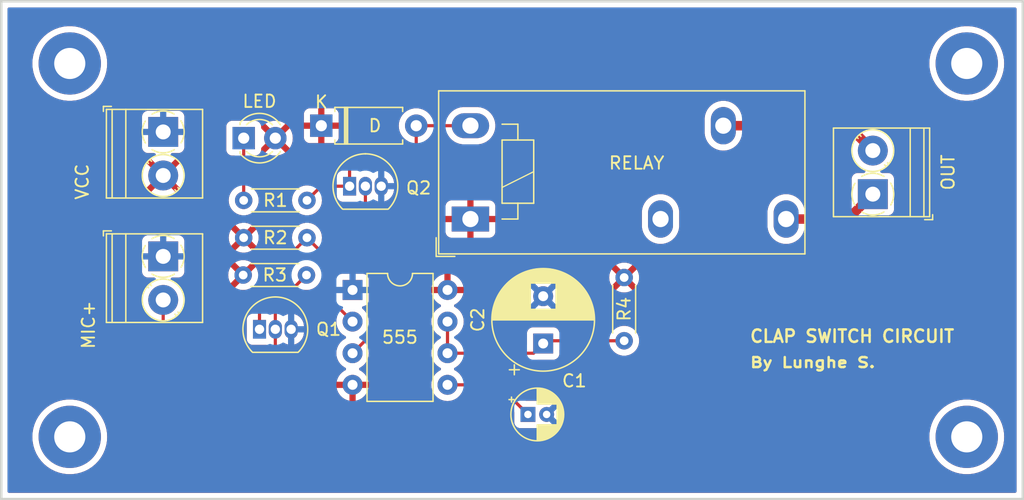
<source format=kicad_pcb>
(kicad_pcb (version 20240108) (generator "pcbnew") (generator_version "8.0")
  (title_block (title "CLAP SWITCH") (date "2024-12-30") (rev "v01") (comment 4 "Author:PUTSHU LUNGHE Samuel"))
  (layers (0 "F.Cu" signal) (31 "B.Cu" signal) (34 "B.Paste" user) (35 "F.Paste" user) (36 "B.SilkS" user "B.Silkscreen") (37 "F.SilkS" user "F.Silkscreen") (38 "B.Mask" user) (39 "F.Mask" user) (44 "Edge.Cuts" user))
  (net 0 "")
  (net 1 "GND")
  (net 2 "Net-(U1-CV)")
  (net 3 "Net-(U1-DIS)")
  (net 4 "Net-(D1-K)")
  (net 5 "VCC")
  (net 6 "Net-(D2-A)")
  (net 7 "Net-(J1-Pin_2)")
  (net 8 "Net-(J1-Pin_1)")
  (net 9 "Net-(J2-Pin_2)")
  (net 11 "Net-(Q1-C)")
  (net 12 "Net-(Q2-B)")
  (footprint "Capacitor_THT:CP_Radial_D4.0mm_P1.50mm" (layer "F.Cu") (at 151.777401 94.2)
    (property "Reference" "C1" (at 3.722599 -2.7 0) (layer "F.SilkS"))
    (property "Value" "1nF" (hide yes))
    (fp_line (start -1.519801 -1.195) (end -1.119801 -1.195) (stroke (width 0.12)) (layer "F.SilkS"))
    (fp_line (start -1.319801 -1.395) (end -1.319801 -0.995) (stroke (width 0.12)) (layer "F.SilkS"))
    (fp_line (start 0.75 -2.08) (end 0.75 -0.84) (stroke (width 0.12)) (layer "F.SilkS"))
    (fp_line (start 0.75 0.84) (end 0.75 2.08) (stroke (width 0.12)) (layer "F.SilkS"))
    (fp_line (start 0.79 -2.08) (end 0.79 -0.84) (stroke (width 0.12)) (layer "F.SilkS"))
    (fp_line (start 0.79 0.84) (end 0.79 2.08) (stroke (width 0.12)) (layer "F.SilkS"))
    (fp_line (start 0.83 -2.079) (end 0.83 -0.84) (stroke (width 0.12)) (layer "F.SilkS"))
    (fp_line (start 0.83 0.84) (end 0.83 2.079) (stroke (width 0.12)) (layer "F.SilkS"))
    (fp_line (start 0.87 -2.077) (end 0.87 -0.84) (stroke (width 0.12)) (layer "F.SilkS"))
    (fp_line (start 0.87 0.84) (end 0.87 2.077) (stroke (width 0.12)) (layer "F.SilkS"))
    (fp_line (start 0.91 -2.074) (end 0.91 -0.84) (stroke (width 0.12)) (layer "F.SilkS"))
    (fp_line (start 0.91 0.84) (end 0.91 2.074) (stroke (width 0.12)) (layer "F.SilkS"))
    (fp_line (start 0.95 -2.071) (end 0.95 -0.84) (stroke (width 0.12)) (layer "F.SilkS"))
    (fp_line (start 0.95 0.84) (end 0.95 2.071) (stroke (width 0.12)) (layer "F.SilkS"))
    (fp_line (start 0.99 -2.067) (end 0.99 -0.84) (stroke (width 0.12)) (layer "F.SilkS"))
    (fp_line (start 0.99 0.84) (end 0.99 2.067) (stroke (width 0.12)) (layer "F.SilkS"))
    (fp_line (start 1.03 -2.062) (end 1.03 -0.84) (stroke (width 0.12)) (layer "F.SilkS"))
    (fp_line (start 1.03 0.84) (end 1.03 2.062) (stroke (width 0.12)) (layer "F.SilkS"))
    (fp_line (start 1.07 -2.056) (end 1.07 -0.84) (stroke (width 0.12)) (layer "F.SilkS"))
    (fp_line (start 1.07 0.84) (end 1.07 2.056) (stroke (width 0.12)) (layer "F.SilkS"))
    (fp_line (start 1.11 -2.05) (end 1.11 -0.84) (stroke (width 0.12)) (layer "F.SilkS"))
    (fp_line (start 1.11 0.84) (end 1.11 2.05) (stroke (width 0.12)) (layer "F.SilkS"))
    (fp_line (start 1.15 -2.042) (end 1.15 -0.84) (stroke (width 0.12)) (layer "F.SilkS"))
    (fp_line (start 1.15 0.84) (end 1.15 2.042) (stroke (width 0.12)) (layer "F.SilkS"))
    (fp_line (start 1.19 -2.034) (end 1.19 -0.84) (stroke (width 0.12)) (layer "F.SilkS"))
    (fp_line (start 1.19 0.84) (end 1.19 2.034) (stroke (width 0.12)) (layer "F.SilkS"))
    (fp_line (start 1.23 -2.025) (end 1.23 -0.84) (stroke (width 0.12)) (layer "F.SilkS"))
    (fp_line (start 1.23 0.84) (end 1.23 2.025) (stroke (width 0.12)) (layer "F.SilkS"))
    (fp_line (start 1.27 -2.016) (end 1.27 -0.84) (stroke (width 0.12)) (layer "F.SilkS"))
    (fp_line (start 1.27 0.84) (end 1.27 2.016) (stroke (width 0.12)) (layer "F.SilkS"))
    (fp_line (start 1.31 -2.005) (end 1.31 -0.84) (stroke (width 0.12)) (layer "F.SilkS"))
    (fp_line (start 1.31 0.84) (end 1.31 2.005) (stroke (width 0.12)) (layer "F.SilkS"))
    (fp_line (start 1.35 -1.994) (end 1.35 -0.84) (stroke (width 0.12)) (layer "F.SilkS"))
    (fp_line (start 1.35 0.84) (end 1.35 1.994) (stroke (width 0.12)) (layer "F.SilkS"))
    (fp_line (start 1.39 -1.982) (end 1.39 -0.84) (stroke (width 0.12)) (layer "F.SilkS"))
    (fp_line (start 1.39 0.84) (end 1.39 1.982) (stroke (width 0.12)) (layer "F.SilkS"))
    (fp_line (start 1.43 -1.968) (end 1.43 -0.84) (stroke (width 0.12)) (layer "F.SilkS"))
    (fp_line (start 1.43 0.84) (end 1.43 1.968) (stroke (width 0.12)) (layer "F.SilkS"))
    (fp_line (start 1.471 -1.954) (end 1.471 -0.84) (stroke (width 0.12)) (layer "F.SilkS"))
    (fp_line (start 1.471 0.84) (end 1.471 1.954) (stroke (width 0.12)) (layer "F.SilkS"))
    (fp_line (start 1.511 -1.94) (end 1.511 -0.84) (stroke (width 0.12)) (layer "F.SilkS"))
    (fp_line (start 1.511 0.84) (end 1.511 1.94) (stroke (width 0.12)) (layer "F.SilkS"))
    (fp_line (start 1.551 -1.924) (end 1.551 -0.84) (stroke (width 0.12)) (layer "F.SilkS"))
    (fp_line (start 1.551 0.84) (end 1.551 1.924) (stroke (width 0.12)) (layer "F.SilkS"))
    (fp_line (start 1.591 -1.907) (end 1.591 -0.84) (stroke (width 0.12)) (layer "F.SilkS"))
    (fp_line (start 1.591 0.84) (end 1.591 1.907) (stroke (width 0.12)) (layer "F.SilkS"))
    (fp_line (start 1.631 -1.889) (end 1.631 -0.84) (stroke (width 0.12)) (layer "F.SilkS"))
    (fp_line (start 1.631 0.84) (end 1.631 1.889) (stroke (width 0.12)) (layer "F.SilkS"))
    (fp_line (start 1.671 -1.87) (end 1.671 -0.84) (stroke (width 0.12)) (layer "F.SilkS"))
    (fp_line (start 1.671 0.84) (end 1.671 1.87) (stroke (width 0.12)) (layer "F.SilkS"))
    (fp_line (start 1.711 -1.851) (end 1.711 -0.84) (stroke (width 0.12)) (layer "F.SilkS"))
    (fp_line (start 1.711 0.84) (end 1.711 1.851) (stroke (width 0.12)) (layer "F.SilkS"))
    (fp_line (start 1.751 -1.83) (end 1.751 -0.84) (stroke (width 0.12)) (layer "F.SilkS"))
    (fp_line (start 1.751 0.84) (end 1.751 1.83) (stroke (width 0.12)) (layer "F.SilkS"))
    (fp_line (start 1.791 -1.808) (end 1.791 -0.84) (stroke (width 0.12)) (layer "F.SilkS"))
    (fp_line (start 1.791 0.84) (end 1.791 1.808) (stroke (width 0.12)) (layer "F.SilkS"))
    (fp_line (start 1.831 -1.785) (end 1.831 -0.84) (stroke (width 0.12)) (layer "F.SilkS"))
    (fp_line (start 1.831 0.84) (end 1.831 1.785) (stroke (width 0.12)) (layer "F.SilkS"))
    (fp_line (start 1.871 -1.76) (end 1.871 -0.84) (stroke (width 0.12)) (layer "F.SilkS"))
    (fp_line (start 1.871 0.84) (end 1.871 1.76) (stroke (width 0.12)) (layer "F.SilkS"))
    (fp_line (start 1.911 -1.735) (end 1.911 -0.84) (stroke (width 0.12)) (layer "F.SilkS"))
    (fp_line (start 1.911 0.84) (end 1.911 1.735) (stroke (width 0.12)) (layer "F.SilkS"))
    (fp_line (start 1.951 -1.708) (end 1.951 -0.84) (stroke (width 0.12)) (layer "F.SilkS"))
    (fp_line (start 1.951 0.84) (end 1.951 1.708) (stroke (width 0.12)) (layer "F.SilkS"))
    (fp_line (start 1.991 -1.68) (end 1.991 -0.84) (stroke (width 0.12)) (layer "F.SilkS"))
    (fp_line (start 1.991 0.84) (end 1.991 1.68) (stroke (width 0.12)) (layer "F.SilkS"))
    (fp_line (start 2.031 -1.65) (end 2.031 -0.84) (stroke (width 0.12)) (layer "F.SilkS"))
    (fp_line (start 2.031 0.84) (end 2.031 1.65) (stroke (width 0.12)) (layer "F.SilkS"))
    (fp_line (start 2.071 -1.619) (end 2.071 -0.84) (stroke (width 0.12)) (layer "F.SilkS"))
    (fp_line (start 2.071 0.84) (end 2.071 1.619) (stroke (width 0.12)) (layer "F.SilkS"))
    (fp_line (start 2.111 -1.587) (end 2.111 -0.84) (stroke (width 0.12)) (layer "F.SilkS"))
    (fp_line (start 2.111 0.84) (end 2.111 1.587) (stroke (width 0.12)) (layer "F.SilkS"))
    (fp_line (start 2.151 -1.552) (end 2.151 -0.84) (stroke (width 0.12)) (layer "F.SilkS"))
    (fp_line (start 2.151 0.84) (end 2.151 1.552) (stroke (width 0.12)) (layer "F.SilkS"))
    (fp_line (start 2.191 -1.516) (end 2.191 -0.84) (stroke (width 0.12)) (layer "F.SilkS"))
    (fp_line (start 2.191 0.84) (end 2.191 1.516) (stroke (width 0.12)) (layer "F.SilkS"))
    (fp_line (start 2.231 -1.478) (end 2.231 -0.84) (stroke (width 0.12)) (layer "F.SilkS"))
    (fp_line (start 2.231 0.84) (end 2.231 1.478) (stroke (width 0.12)) (layer "F.SilkS"))
    (fp_line (start 2.271 -1.438) (end 2.271 -0.84) (stroke (width 0.12)) (layer "F.SilkS"))
    (fp_line (start 2.271 0.84) (end 2.271 1.438) (stroke (width 0.12)) (layer "F.SilkS"))
    (fp_line (start 2.311 -1.396) (end 2.311 -0.84) (stroke (width 0.12)) (layer "F.SilkS"))
    (fp_line (start 2.311 0.84) (end 2.311 1.396) (stroke (width 0.12)) (layer "F.SilkS"))
    (fp_line (start 2.351 -1.351) (end 2.351 1.351) (stroke (width 0.12)) (layer "F.SilkS"))
    (fp_line (start 2.391 -1.304) (end 2.391 1.304) (stroke (width 0.12)) (layer "F.SilkS"))
    (fp_line (start 2.431 -1.254) (end 2.431 1.254) (stroke (width 0.12)) (layer "F.SilkS"))
    (fp_line (start 2.471 -1.2) (end 2.471 1.2) (stroke (width 0.12)) (layer "F.SilkS"))
    (fp_line (start 2.511 -1.142) (end 2.511 1.142) (stroke (width 0.12)) (layer "F.SilkS"))
    (fp_line (start 2.551 -1.08) (end 2.551 1.08) (stroke (width 0.12)) (layer "F.SilkS"))
    (fp_line (start 2.591 -1.013) (end 2.591 1.013) (stroke (width 0.12)) (layer "F.SilkS"))
    (fp_line (start 2.631 -0.94) (end 2.631 0.94) (stroke (width 0.12)) (layer "F.SilkS"))
    (fp_line (start 2.671 -0.859) (end 2.671 0.859) (stroke (width 0.12)) (layer "F.SilkS"))
    (fp_line (start 2.711 -0.768) (end 2.711 0.768) (stroke (width 0.12)) (layer "F.SilkS"))
    (fp_line (start 2.751 -0.664) (end 2.751 0.664) (stroke (width 0.12)) (layer "F.SilkS"))
    (fp_line (start 2.791 -0.537) (end 2.791 0.537) (stroke (width 0.12)) (layer "F.SilkS"))
    (fp_line (start 2.831 -0.37) (end 2.831 0.37) (stroke (width 0.12)) (layer "F.SilkS"))
    (fp_circle (center 0.75 0) (end 2.87 0) (stroke (width 0.12)) (fill none) (layer "F.SilkS"))
    (pad "1" thru_hole rect (at 0 0) (size 1.2 1.2) (drill 0.6) (layers "*.Cu" "*.Mask") (net 2 "Net-(U1-CV)"))
    (pad "2" thru_hole circle (at 1.5 0) (size 1.2 1.2) (drill 0.6) (layers "*.Cu" "*.Mask") (net 1 "GND"))
  )
  (footprint "Diode_THT:D_A-405_P7.62mm_Horizontal" (layer "F.Cu") (at 135.19 71)
    (property "Reference" "D" (at 4.31 0 0) (layer "F.SilkS"))
    (property "Value" "D" (hide yes))
    (fp_line (start 1.09 -1.47) (end 6.53 -1.47) (stroke (width 0.12)) (layer "F.SilkS"))
    (fp_line (start 1.09 -1.14) (end 1.09 -1.47) (stroke (width 0.12)) (layer "F.SilkS"))
    (fp_line (start 1.09 1.14) (end 1.09 1.47) (stroke (width 0.12)) (layer "F.SilkS"))
    (fp_line (start 1.09 1.47) (end 6.53 1.47) (stroke (width 0.12)) (layer "F.SilkS"))
    (fp_line (start 1.87 -1.47) (end 1.87 1.47) (stroke (width 0.12)) (layer "F.SilkS"))
    (fp_line (start 1.99 -1.47) (end 1.99 1.47) (stroke (width 0.12)) (layer "F.SilkS"))
    (fp_line (start 2.11 -1.47) (end 2.11 1.47) (stroke (width 0.12)) (layer "F.SilkS"))
    (fp_line (start 6.53 -1.47) (end 6.53 -1.14) (stroke (width 0.12)) (layer "F.SilkS"))
    (fp_line (start 6.53 1.47) (end 6.53 1.14) (stroke (width 0.12)) (layer "F.SilkS"))
    (fp_text user "K" (at 0 -1.9 0) (layer "F.SilkS"))
    (pad "1" thru_hole rect (at 0 0) (size 1.8 1.8) (drill 0.9) (layers "*.Cu" "*.Mask") (net 5 "VCC"))
    (pad "2" thru_hole oval (at 7.62 0) (size 1.8 1.8) (drill 0.9) (layers "*.Cu" "*.Mask") (net 6 "Net-(D2-A)"))
  )
  (footprint "TerminalBlock_Phoenix:TerminalBlock_Phoenix_PT-1,5-2-3.5-H_1x02_P3.50mm_Horizontal" (layer "F.Cu") (at 179.46 76.5 90)
    (property "Reference" "OUT" (at 1.75 6.04 90) (layer "F.SilkS"))
    (property "Value" "Screw_Terminal_01x02" (hide yes))
    (fp_line (start 5.31 -3.16) (end 5.31 4.56) (stroke (width 0.12)) (layer "F.SilkS"))
    (fp_line (start -1.81 -3.16) (end 5.31 -3.16) (stroke (width 0.12)) (layer "F.SilkS"))
    (fp_line (start -1.81 -3.16) (end -1.81 4.56) (stroke (width 0.12)) (layer "F.SilkS"))
    (fp_line (start 4.57 -1.275) (end 4.476 -1.181) (stroke (width 0.12)) (layer "F.SilkS"))
    (fp_line (start 4.775 -1.069) (end 4.646 -0.941) (stroke (width 0.12)) (layer "F.SilkS"))
    (fp_line (start 2.355 0.941) (end 2.226 1.069) (stroke (width 0.12)) (layer "F.SilkS"))
    (fp_line (start 2.525 1.181) (end 2.431 1.274) (stroke (width 0.12)) (layer "F.SilkS"))
    (fp_line (start -1.81 3) (end 5.31 3) (stroke (width 0.12)) (layer "F.SilkS"))
    (fp_line (start -1.81 4.1) (end 5.31 4.1) (stroke (width 0.12)) (layer "F.SilkS"))
    (fp_line (start -2.05 4.16) (end -2.05 4.8) (stroke (width 0.12)) (layer "F.SilkS"))
    (fp_line (start -1.81 4.56) (end 5.31 4.56) (stroke (width 0.12)) (layer "F.SilkS"))
    (fp_line (start -2.05 4.8) (end -1.65 4.8) (stroke (width 0.12)) (layer "F.SilkS"))
    (fp_arc (start -0.889894 -1.425358) (mid -0.014012 -1.680286) (end 0.866 -1.44) (stroke (width 0.12)) (layer "F.SilkS"))
    (fp_arc (start 1.425504 -0.890193) (mid 1.680626 0.000476) (end 1.425 0.891) (stroke (width 0.12)) (layer "F.SilkS"))
    (fp_arc (start -1.425358 0.889894) (mid -1.680286 0.014012) (end -1.44 -0.866) (stroke (width 0.12)) (layer "F.SilkS"))
    (fp_arc (start 0.890264 1.424721) (mid 0.463071 1.61492) (end 0 1.68) (stroke (width 0.12)) (layer "F.SilkS"))
    (fp_arc (start 0.028674 1.680099) (mid -0.435535 1.622918) (end -0.866 1.44) (stroke (width 0.12)) (layer "F.SilkS"))
    (fp_circle (center 3.5 0) (end 5.18 0) (stroke (width 0.12)) (fill none) (layer "F.SilkS"))
    (pad "1" thru_hole rect (at 0 0 90) (size 2.4 2.4) (drill 1.2) (layers "*.Cu" "*.Mask") (net 8 "Net-(J1-Pin_1)"))
    (pad "2" thru_hole circle (at 3.5 0 90) (size 2.4 2.4) (drill 1.2) (layers "*.Cu" "*.Mask") (net 7 "Net-(J1-Pin_2)"))
  )
  (footprint "Package_TO_SOT_THT:TO-92_Inline" (layer "F.Cu") (at 137.46 75.86)
    (property "Reference" "Q2" (at 5.54 0.14 0) (layer "F.SilkS"))
    (property "Value" "BC547" (hide yes))
    (fp_line (start -0.53 1.85) (end 3.07 1.85) (stroke (width 0.12)) (layer "F.SilkS"))
    (fp_arc (start -0.568478 1.838478) (mid -1.132087 -0.994977) (end 1.27 -2.6) (stroke (width 0.12)) (layer "F.SilkS"))
    (fp_arc (start 1.27 -2.6) (mid 3.672087 -0.994977) (end 3.108478 1.838478) (stroke (width 0.12)) (layer "F.SilkS"))
    (pad "1" thru_hole rect (at 0 0) (size 1.05 1.5) (drill 0.75) (layers "*.Cu" "*.Mask") (net 6 "Net-(D2-A)"))
    (pad "2" thru_hole oval (at 1.27 0) (size 1.05 1.5) (drill 0.75) (layers "*.Cu" "*.Mask") (net 12 "Net-(Q2-B)"))
    (pad "3" thru_hole oval (at 2.54 0) (size 1.05 1.5) (drill 0.75) (layers "*.Cu" "*.Mask") (net 1 "GND"))
  )
  (footprint "MountingHole:MountingHole_2.5mm_Pad" (layer "F.Cu") (at 115 96)
    (property "Reference" "H3" (hide yes))
    (property "Value" "MountingHole" (hide yes))
    (pad "1" thru_hole circle (at 0 0) (size 5 5) (drill 2.5) (layers "*.Cu" "*.Mask"))
  )
  (footprint "Resistor_THT:R_Axial_DIN0204_L3.6mm_D1.6mm_P5.08mm_Horizontal" (layer "F.Cu") (at 128.96 80)
    (property "Reference" "R2" (at 2.54 0 0) (layer "F.SilkS"))
    (property "Value" "1K" (hide yes))
    (fp_line (start 0.62 -0.92) (end 4.46 -0.92) (stroke (width 0.12)) (layer "F.SilkS"))
    (fp_line (start 0.62 0.92) (end 4.46 0.92) (stroke (width 0.12)) (layer "F.SilkS"))
    (pad "1" thru_hole circle (at 0 0) (size 1.4 1.4) (drill 0.7) (layers "*.Cu" "*.Mask") (net 5 "VCC"))
    (pad "2" thru_hole oval (at 5.08 0) (size 1.4 1.4) (drill 0.7) (layers "*.Cu" "*.Mask") (net 11 "Net-(Q1-C)"))
  )
  (footprint "Capacitor_THT:CP_Radial_D8.0mm_P3.80mm" (layer "F.Cu") (at 153 88.5 90)
    (property "Reference" "C2" (at 1.9 -5.25 90) (layer "F.SilkS"))
    (property "Value" "10uF" (hide yes))
    (fp_line (start 1.98 -4.08) (end 1.98 4.08) (stroke (width 0.12)) (layer "F.SilkS"))
    (fp_line (start 1.94 -4.08) (end 1.94 4.08) (stroke (width 0.12)) (layer "F.SilkS"))
    (fp_line (start 1.9 -4.08) (end 1.9 4.08) (stroke (width 0.12)) (layer "F.SilkS"))
    (fp_line (start 2.02 -4.079) (end 2.02 4.079) (stroke (width 0.12)) (layer "F.SilkS"))
    (fp_line (start 2.06 -4.077) (end 2.06 4.077) (stroke (width 0.12)) (layer "F.SilkS"))
    (fp_line (start 2.1 -4.076) (end 2.1 4.076) (stroke (width 0.12)) (layer "F.SilkS"))
    (fp_line (start 2.14 -4.074) (end 2.14 4.074) (stroke (width 0.12)) (layer "F.SilkS"))
    (fp_line (start 2.18 -4.071) (end 2.18 4.071) (stroke (width 0.12)) (layer "F.SilkS"))
    (fp_line (start 2.22 -4.068) (end 2.22 4.068) (stroke (width 0.12)) (layer "F.SilkS"))
    (fp_line (start 2.26 -4.065) (end 2.26 4.065) (stroke (width 0.12)) (layer "F.SilkS"))
    (fp_line (start 2.3 -4.061) (end 2.3 4.061) (stroke (width 0.12)) (layer "F.SilkS"))
    (fp_line (start 2.34 -4.057) (end 2.34 4.057) (stroke (width 0.12)) (layer "F.SilkS"))
    (fp_line (start 2.38 -4.052) (end 2.38 4.052) (stroke (width 0.12)) (layer "F.SilkS"))
    (fp_line (start 2.42 -4.048) (end 2.42 4.048) (stroke (width 0.12)) (layer "F.SilkS"))
    (fp_line (start 2.46 -4.042) (end 2.46 4.042) (stroke (width 0.12)) (layer "F.SilkS"))
    (fp_line (start 2.5 -4.037) (end 2.5 4.037) (stroke (width 0.12)) (layer "F.SilkS"))
    (fp_line (start 2.54 -4.03) (end 2.54 4.03) (stroke (width 0.12)) (layer "F.SilkS"))
    (fp_line (start 2.58 -4.024) (end 2.58 4.024) (stroke (width 0.12)) (layer "F.SilkS"))
    (fp_line (start 2.621 -4.017) (end 2.621 4.017) (stroke (width 0.12)) (layer "F.SilkS"))
    (fp_line (start 2.661 -4.01) (end 2.661 4.01) (stroke (width 0.12)) (layer "F.SilkS"))
    (fp_line (start 2.701 -4.002) (end 2.701 4.002) (stroke (width 0.12)) (layer "F.SilkS"))
    (fp_line (start 2.741 -3.994) (end 2.741 3.994) (stroke (width 0.12)) (layer "F.SilkS"))
    (fp_line (start 2.781 -3.985) (end 2.781 -1.04) (stroke (width 0.12)) (layer "F.SilkS"))
    (fp_line (start 2.821 -3.976) (end 2.821 -1.04) (stroke (width 0.12)) (layer "F.SilkS"))
    (fp_line (start 2.861 -3.967) (end 2.861 -1.04) (stroke (width 0.12)) (layer "F.SilkS"))
    (fp_line (start 2.901 -3.957) (end 2.901 -1.04) (stroke (width 0.12)) (layer "F.SilkS"))
    (fp_line (start 2.941 -3.947) (end 2.941 -1.04) (stroke (width 0.12)) (layer "F.SilkS"))
    (fp_line (start 2.981 -3.936) (end 2.981 -1.04) (stroke (width 0.12)) (layer "F.SilkS"))
    (fp_line (start 3.021 -3.925) (end 3.021 -1.04) (stroke (width 0.12)) (layer "F.SilkS"))
    (fp_line (start 3.061 -3.914) (end 3.061 -1.04) (stroke (width 0.12)) (layer "F.SilkS"))
    (fp_line (start 3.101 -3.902) (end 3.101 -1.04) (stroke (width 0.12)) (layer "F.SilkS"))
    (fp_line (start 3.141 -3.889) (end 3.141 -1.04) (stroke (width 0.12)) (layer "F.SilkS"))
    (fp_line (start 3.181 -3.877) (end 3.181 -1.04) (stroke (width 0.12)) (layer "F.SilkS"))
    (fp_line (start 3.221 -3.863) (end 3.221 -1.04) (stroke (width 0.12)) (layer "F.SilkS"))
    (fp_line (start 3.261 -3.85) (end 3.261 -1.04) (stroke (width 0.12)) (layer "F.SilkS"))
    (fp_line (start 3.301 -3.835) (end 3.301 -1.04) (stroke (width 0.12)) (layer "F.SilkS"))
    (fp_line (start 3.341 -3.821) (end 3.341 -1.04) (stroke (width 0.12)) (layer "F.SilkS"))
    (fp_line (start 3.381 -3.805) (end 3.381 -1.04) (stroke (width 0.12)) (layer "F.SilkS"))
    (fp_line (start 3.421 -3.79) (end 3.421 -1.04) (stroke (width 0.12)) (layer "F.SilkS"))
    (fp_line (start 3.461 -3.774) (end 3.461 -1.04) (stroke (width 0.12)) (layer "F.SilkS"))
    (fp_line (start 3.501 -3.757) (end 3.501 -1.04) (stroke (width 0.12)) (layer "F.SilkS"))
    (fp_line (start 3.541 -3.74) (end 3.541 -1.04) (stroke (width 0.12)) (layer "F.SilkS"))
    (fp_line (start 3.581 -3.722) (end 3.581 -1.04) (stroke (width 0.12)) (layer "F.SilkS"))
    (fp_line (start 3.621 -3.704) (end 3.621 -1.04) (stroke (width 0.12)) (layer "F.SilkS"))
    (fp_line (start 3.661 -3.686) (end 3.661 -1.04) (stroke (width 0.12)) (layer "F.SilkS"))
    (fp_line (start 3.701 -3.666) (end 3.701 -1.04) (stroke (width 0.12)) (layer "F.SilkS"))
    (fp_line (start 3.741 -3.647) (end 3.741 -1.04) (stroke (width 0.12)) (layer "F.SilkS"))
    (fp_line (start 3.781 -3.627) (end 3.781 -1.04) (stroke (width 0.12)) (layer "F.SilkS"))
    (fp_line (start 3.821 -3.606) (end 3.821 -1.04) (stroke (width 0.12)) (layer "F.SilkS"))
    (fp_line (start 3.861 -3.584) (end 3.861 -1.04) (stroke (width 0.12)) (layer "F.SilkS"))
    (fp_line (start 3.901 -3.562) (end 3.901 -1.04) (stroke (width 0.12)) (layer "F.SilkS"))
    (fp_line (start 3.941 -3.54) (end 3.941 -1.04) (stroke (width 0.12)) (layer "F.SilkS"))
    (fp_line (start 3.981 -3.517) (end 3.981 -1.04) (stroke (width 0.12)) (layer "F.SilkS"))
    (fp_line (start 4.021 -3.493) (end 4.021 -1.04) (stroke (width 0.12)) (layer "F.SilkS"))
    (fp_line (start 4.061 -3.469) (end 4.061 -1.04) (stroke (width 0.12)) (layer "F.SilkS"))
    (fp_line (start 4.101 -3.444) (end 4.101 -1.04) (stroke (width 0.12)) (layer "F.SilkS"))
    (fp_line (start 4.141 -3.418) (end 4.141 -1.04) (stroke (width 0.12)) (layer "F.SilkS"))
    (fp_line (start 4.181 -3.392) (end 4.181 -1.04) (stroke (width 0.12)) (layer "F.SilkS"))
    (fp_line (start 4.221 -3.365) (end 4.221 -1.04) (stroke (width 0.12)) (layer "F.SilkS"))
    (fp_line (start 4.261 -3.338) (end 4.261 -1.04) (stroke (width 0.12)) (layer "F.SilkS"))
    (fp_line (start 4.301 -3.309) (end 4.301 -1.04) (stroke (width 0.12)) (layer "F.SilkS"))
    (fp_line (start 4.341 -3.28) (end 4.341 -1.04) (stroke (width 0.12)) (layer "F.SilkS"))
    (fp_line (start 4.381 -3.25) (end 4.381 -1.04) (stroke (width 0.12)) (layer "F.SilkS"))
    (fp_line (start 4.421 -3.22) (end 4.421 -1.04) (stroke (width 0.12)) (layer "F.SilkS"))
    (fp_line (start 4.461 -3.189) (end 4.461 -1.04) (stroke (width 0.12)) (layer "F.SilkS"))
    (fp_line (start 4.501 -3.156) (end 4.501 -1.04) (stroke (width 0.12)) (layer "F.SilkS"))
    (fp_line (start 4.541 -3.124) (end 4.541 -1.04) (stroke (width 0.12)) (layer "F.SilkS"))
    (fp_line (start 4.581 -3.09) (end 4.581 -1.04) (stroke (width 0.12)) (layer "F.SilkS"))
    (fp_line (start 4.621 -3.055) (end 4.621 -1.04) (stroke (width 0.12)) (layer "F.SilkS"))
    (fp_line (start 4.661 -3.019) (end 4.661 -1.04) (stroke (width 0.12)) (layer "F.SilkS"))
    (fp_line (start 4.701 -2.983) (end 4.701 -1.04) (stroke (width 0.12)) (layer "F.SilkS"))
    (fp_line (start 4.741 -2.945) (end 4.741 -1.04) (stroke (width 0.12)) (layer "F.SilkS"))
    (fp_line (start 4.781 -2.907) (end 4.781 -1.04) (stroke (width 0.12)) (layer "F.SilkS"))
    (fp_line (start 4.821 -2.867) (end 4.821 -1.04) (stroke (width 0.12)) (layer "F.SilkS"))
    (fp_line (start 4.861 -2.826) (end 4.861 2.826) (stroke (width 0.12)) (layer "F.SilkS"))
    (fp_line (start 4.901 -2.784) (end 4.901 2.784) (stroke (width 0.12)) (layer "F.SilkS"))
    (fp_line (start 4.941 -2.741) (end 4.941 2.741) (stroke (width 0.12)) (layer "F.SilkS"))
    (fp_line (start -2.109698 -2.715) (end -2.109698 -1.915) (stroke (width 0.12)) (layer "F.SilkS"))
    (fp_line (start 4.981 -2.697) (end 4.981 2.697) (stroke (width 0.12)) (layer "F.SilkS"))
    (fp_line (start 5.021 -2.651) (end 5.021 2.651) (stroke (width 0.12)) (layer "F.SilkS"))
    (fp_line (start 5.061 -2.604) (end 5.061 2.604) (stroke (width 0.12)) (layer "F.SilkS"))
    (fp_line (start 5.101 -2.556) (end 5.101 2.556) (stroke (width 0.12)) (layer "F.SilkS"))
    (fp_line (start 5.141 -2.505) (end 5.141 2.505) (stroke (width 0.12)) (layer "F.SilkS"))
    (fp_line (start 5.181 -2.454) (end 5.181 2.454) (stroke (width 0.12)) (layer "F.SilkS"))
    (fp_line (start 5.221 -2.4) (end 5.221 2.4) (stroke (width 0.12)) (layer "F.SilkS"))
    (fp_line (start 5.261 -2.345) (end 5.261 2.345) (stroke (width 0.12)) (layer "F.SilkS"))
    (fp_line (start -2.509698 -2.315) (end -1.709698 -2.315) (stroke (width 0.12)) (layer "F.SilkS"))
    (fp_line (start 5.301 -2.287) (end 5.301 2.287) (stroke (width 0.12)) (layer "F.SilkS"))
    (fp_line (start 5.341 -2.228) (end 5.341 2.228) (stroke (width 0.12)) (layer "F.SilkS"))
    (fp_line (start 5.381 -2.166) (end 5.381 2.166) (stroke (width 0.12)) (layer "F.SilkS"))
    (fp_line (start 5.421 -2.102) (end 5.421 2.102) (stroke (width 0.12)) (layer "F.SilkS"))
    (fp_line (start 5.461 -2.034) (end 5.461 2.034) (stroke (width 0.12)) (layer "F.SilkS"))
    (fp_line (start 5.501 -1.964) (end 5.501 1.964) (stroke (width 0.12)) (layer "F.SilkS"))
    (fp_line (start 5.541 -1.89) (end 5.541 1.89) (stroke (width 0.12)) (layer "F.SilkS"))
    (fp_line (start 5.581 -1.813) (end 5.581 1.813) (stroke (width 0.12)) (layer "F.SilkS"))
    (fp_line (start 5.621 -1.731) (end 5.621 1.731) (stroke (width 0.12)) (layer "F.SilkS"))
    (fp_line (start 5.661 -1.645) (end 5.661 1.645) (stroke (width 0.12)) (layer "F.SilkS"))
    (fp_line (start 5.701 -1.552) (end 5.701 1.552) (stroke (width 0.12)) (layer "F.SilkS"))
    (fp_line (start 5.741 -1.453) (end 5.741 1.453) (stroke (width 0.12)) (layer "F.SilkS"))
    (fp_line (start 5.781 -1.346) (end 5.781 1.346) (stroke (width 0.12)) (layer "F.SilkS"))
    (fp_line (start 5.821 -1.229) (end 5.821 1.229) (stroke (width 0.12)) (layer "F.SilkS"))
    (fp_line (start 5.861 -1.098) (end 5.861 1.098) (stroke (width 0.12)) (layer "F.SilkS"))
    (fp_line (start 5.901 -0.948) (end 5.901 0.948) (stroke (width 0.12)) (layer "F.SilkS"))
    (fp_line (start 5.941 -0.768) (end 5.941 0.768) (stroke (width 0.12)) (layer "F.SilkS"))
    (fp_line (start 5.981 -0.533) (end 5.981 0.533) (stroke (width 0.12)) (layer "F.SilkS"))
    (fp_line (start 4.821 1.04) (end 4.821 2.867) (stroke (width 0.12)) (layer "F.SilkS"))
    (fp_line (start 4.781 1.04) (end 4.781 2.907) (stroke (width 0.12)) (layer "F.SilkS"))
    (fp_line (start 4.741 1.04) (end 4.741 2.945) (stroke (width 0.12)) (layer "F.SilkS"))
    (fp_line (start 4.701 1.04) (end 4.701 2.983) (stroke (width 0.12)) (layer "F.SilkS"))
    (fp_line (start 4.661 1.04) (end 4.661 3.019) (stroke (width 0.12)) (layer "F.SilkS"))
    (fp_line (start 4.621 1.04) (end 4.621 3.055) (stroke (width 0.12)) (layer "F.SilkS"))
    (fp_line (start 4.581 1.04) (end 4.581 3.09) (stroke (width 0.12)) (layer "F.SilkS"))
    (fp_line (start 4.541 1.04) (end 4.541 3.124) (stroke (width 0.12)) (layer "F.SilkS"))
    (fp_line (start 4.501 1.04) (end 4.501 3.156) (stroke (width 0.12)) (layer "F.SilkS"))
    (fp_line (start 4.461 1.04) (end 4.461 3.189) (stroke (width 0.12)) (layer "F.SilkS"))
    (fp_line (start 4.421 1.04) (end 4.421 3.22) (stroke (width 0.12)) (layer "F.SilkS"))
    (fp_line (start 4.381 1.04) (end 4.381 3.25) (stroke (width 0.12)) (layer "F.SilkS"))
    (fp_line (start 4.341 1.04) (end 4.341 3.28) (stroke (width 0.12)) (layer "F.SilkS"))
    (fp_line (start 4.301 1.04) (end 4.301 3.309) (stroke (width 0.12)) (layer "F.SilkS"))
    (fp_line (start 4.261 1.04) (end 4.261 3.338) (stroke (width 0.12)) (layer "F.SilkS"))
    (fp_line (start 4.221 1.04) (end 4.221 3.365) (stroke (width 0.12)) (layer "F.SilkS"))
    (fp_line (start 4.181 1.04) (end 4.181 3.392) (stroke (width 0.12)) (layer "F.SilkS"))
    (fp_line (start 4.141 1.04) (end 4.141 3.418) (stroke (width 0.12)) (layer "F.SilkS"))
    (fp_line (start 4.101 1.04) (end 4.101 3.444) (stroke (width 0.12)) (layer "F.SilkS"))
    (fp_line (start 4.061 1.04) (end 4.061 3.469) (stroke (width 0.12)) (layer "F.SilkS"))
    (fp_line (start 4.021 1.04) (end 4.021 3.493) (stroke (width 0.12)) (layer "F.SilkS"))
    (fp_line (start 3.981 1.04) (end 3.981 3.517) (stroke (width 0.12)) (layer "F.SilkS"))
    (fp_line (start 3.941 1.04) (end 3.941 3.54) (stroke (width 0.12)) (layer "F.SilkS"))
    (fp_line (start 3.901 1.04) (end 3.901 3.562) (stroke (width 0.12)) (layer "F.SilkS"))
    (fp_line (start 3.861 1.04) (end 3.861 3.584) (stroke (width 0.12)) (layer "F.SilkS"))
    (fp_line (start 3.821 1.04) (end 3.821 3.606) (stroke (width 0.12)) (layer "F.SilkS"))
    (fp_line (start 3.781 1.04) (end 3.781 3.627) (stroke (width 0.12)) (layer "F.SilkS"))
    (fp_line (start 3.741 1.04) (end 3.741 3.647) (stroke (width 0.12)) (layer "F.SilkS"))
    (fp_line (start 3.701 1.04) (end 3.701 3.666) (stroke (width 0.12)) (layer "F.SilkS"))
    (fp_line (start 3.661 1.04) (end 3.661 3.686) (stroke (width 0.12)) (layer "F.SilkS"))
    (fp_line (start 3.621 1.04) (end 3.621 3.704) (stroke (width 0.12)) (layer "F.SilkS"))
    (fp_line (start 3.581 1.04) (end 3.581 3.722) (stroke (width 0.12)) (layer "F.SilkS"))
    (fp_line (start 3.541 1.04) (end 3.541 3.74) (stroke (width 0.12)) (layer "F.SilkS"))
    (fp_line (start 3.501 1.04) (end 3.501 3.757) (stroke (width 0.12)) (layer "F.SilkS"))
    (fp_line (start 3.461 1.04) (end 3.461 3.774) (stroke (width 0.12)) (layer "F.SilkS"))
    (fp_line (start 3.421 1.04) (end 3.421 3.79) (stroke (width 0.12)) (layer "F.SilkS"))
    (fp_line (start 3.381 1.04) (end 3.381 3.805) (stroke (width 0.12)) (layer "F.SilkS"))
    (fp_line (start 3.341 1.04) (end 3.341 3.821) (stroke (width 0.12)) (layer "F.SilkS"))
    (fp_line (start 3.301 1.04) (end 3.301 3.835) (stroke (width 0.12)) (layer "F.SilkS"))
    (fp_line (start 3.261 1.04) (end 3.261 3.85) (stroke (width 0.12)) (layer "F.SilkS"))
    (fp_line (start 3.221 1.04) (end 3.221 3.863) (stroke (width 0.12)) (layer "F.SilkS"))
    (fp_line (start 3.181 1.04) (end 3.181 3.877) (stroke (width 0.12)) (layer "F.SilkS"))
    (fp_line (start 3.141 1.04) (end 3.141 3.889) (stroke (width 0.12)) (layer "F.SilkS"))
    (fp_line (start 3.101 1.04) (end 3.101 3.902) (stroke (width 0.12)) (layer "F.SilkS"))
    (fp_line (start 3.061 1.04) (end 3.061 3.914) (stroke (width 0.12)) (layer "F.SilkS"))
    (fp_line (start 3.021 1.04) (end 3.021 3.925) (stroke (width 0.12)) (layer "F.SilkS"))
    (fp_line (start 2.981 1.04) (end 2.981 3.936) (stroke (width 0.12)) (layer "F.SilkS"))
    (fp_line (start 2.941 1.04) (end 2.941 3.947) (stroke (width 0.12)) (layer "F.SilkS"))
    (fp_line (start 2.901 1.04) (end 2.901 3.957) (stroke (width 0.12)) (layer "F.SilkS"))
    (fp_line (start 2.861 1.04) (end 2.861 3.967) (stroke (width 0.12)) (layer "F.SilkS"))
    (fp_line (start 2.821 1.04) (end 2.821 3.976) (stroke (width 0.12)) (layer "F.SilkS"))
    (fp_line (start 2.781 1.04) (end 2.781 3.985) (stroke (width 0.12)) (layer "F.SilkS"))
    (fp_circle (center 1.9 0) (end 6.02 0) (stroke (width 0.12)) (fill none) (layer "F.SilkS"))
    (pad "1" thru_hole rect (at 0 0 90) (size 1.6 1.6) (drill 0.8) (layers "*.Cu" "*.Mask") (net 3 "Net-(U1-DIS)"))
    (pad "2" thru_hole circle (at 3.8 0 90) (size 1.6 1.6) (drill 0.8) (layers "*.Cu" "*.Mask") (net 1 "GND"))
  )
  (footprint "MountingHole:MountingHole_2.5mm_Pad" (layer "F.Cu") (at 187 66)
    (property "Reference" "H1" (hide yes))
    (property "Value" "MountingHole" (hide yes))
    (pad "1" thru_hole circle (at 0 0) (size 5 5) (drill 2.5) (layers "*.Cu" "*.Mask"))
  )
  (footprint "Package_DIP:DIP-8_W7.62mm" (layer "F.Cu") (at 137.7 84.2)
    (property "Reference" "555" (at 3.8 3.8 0) (layer "F.SilkS"))
    (property "Value" "NE555P" (hide yes))
    (fp_line (start 1.16 -1.33) (end 1.16 8.95) (stroke (width 0.12)) (layer "F.SilkS"))
    (fp_line (start 1.16 8.95) (end 6.46 8.95) (stroke (width 0.12)) (layer "F.SilkS"))
    (fp_line (start 2.81 -1.33) (end 1.16 -1.33) (stroke (width 0.12)) (layer "F.SilkS"))
    (fp_line (start 6.46 -1.33) (end 4.81 -1.33) (stroke (width 0.12)) (layer "F.SilkS"))
    (fp_line (start 6.46 8.95) (end 6.46 -1.33) (stroke (width 0.12)) (layer "F.SilkS"))
    (fp_arc (start 4.81 -1.33) (mid 3.81 -0.33) (end 2.81 -1.33) (stroke (width 0.12)) (layer "F.SilkS"))
    (pad "1" thru_hole rect (at 0 0) (size 1.6 1.6) (drill 0.8) (layers "*.Cu" "*.Mask") (net 1 "GND"))
    (pad "2" thru_hole oval (at 0 2.54) (size 1.6 1.6) (drill 0.8) (layers "*.Cu" "*.Mask") (net 11 "Net-(Q1-C)"))
    (pad "3" thru_hole oval (at 0 5.08) (size 1.6 1.6) (drill 0.8) (layers "*.Cu" "*.Mask") (net 12 "Net-(Q2-B)"))
    (pad "4" thru_hole oval (at 0 7.62) (size 1.6 1.6) (drill 0.8) (layers "*.Cu" "*.Mask") (net 5 "VCC"))
    (pad "5" thru_hole oval (at 7.62 7.62) (size 1.6 1.6) (drill 0.8) (layers "*.Cu" "*.Mask") (net 2 "Net-(U1-CV)"))
    (pad "6" thru_hole oval (at 7.62 5.08) (size 1.6 1.6) (drill 0.8) (layers "*.Cu" "*.Mask") (net 3 "Net-(U1-DIS)"))
    (pad "7" thru_hole oval (at 7.62 2.54) (size 1.6 1.6) (drill 0.8) (layers "*.Cu" "*.Mask") (net 3 "Net-(U1-DIS)"))
    (pad "8" thru_hole oval (at 7.62 0) (size 1.6 1.6) (drill 0.8) (layers "*.Cu" "*.Mask") (net 5 "VCC"))
  )
  (footprint "LED_THT:LED_D3.0mm" (layer "F.Cu") (at 128.96 72)
    (property "Reference" "LED" (at 1.27 -2.96 0) (layer "F.SilkS"))
    (property "Value" "LED" (hide yes))
    (fp_line (start -0.29 -1.236) (end -0.29 -1.08) (stroke (width 0.12)) (layer "F.SilkS"))
    (fp_line (start -0.29 1.08) (end -0.29 1.236) (stroke (width 0.12)) (layer "F.SilkS"))
    (fp_arc (start -0.29 -1.235516) (mid 1.366487 -1.987659) (end 2.942335 -1.078608) (stroke (width 0.12)) (layer "F.SilkS"))
    (fp_arc (start 0.229039 -1.08) (mid 1.270117 -1.5) (end 2.31113 -1.079837) (stroke (width 0.12)) (layer "F.SilkS"))
    (fp_arc (start 2.31113 1.079837) (mid 1.270117 1.5) (end 0.229039 1.08) (stroke (width 0.12)) (layer "F.SilkS"))
    (fp_arc (start 2.942335 1.078608) (mid 1.366487 1.987659) (end -0.29 1.235516) (stroke (width 0.12)) (layer "F.SilkS"))
    (pad "1" thru_hole rect (at 0 0) (size 1.8 1.8) (drill 0.9) (layers "*.Cu" "*.Mask") (net 4 "Net-(D1-K)"))
    (pad "2" thru_hole circle (at 2.54 0) (size 1.8 1.8) (drill 0.9) (layers "*.Cu" "*.Mask") (net 5 "VCC"))
  )
  (footprint "Resistor_THT:R_Axial_DIN0204_L3.6mm_D1.6mm_P5.08mm_Horizontal" (layer "F.Cu") (at 128.96 77)
    (property "Reference" "R1" (at 2.54 0 0) (layer "F.SilkS"))
    (property "Value" "220R" (hide yes))
    (fp_line (start 0.62 -0.92) (end 4.46 -0.92) (stroke (width 0.12)) (layer "F.SilkS"))
    (fp_line (start 0.62 0.92) (end 4.46 0.92) (stroke (width 0.12)) (layer "F.SilkS"))
    (pad "1" thru_hole circle (at 0 0) (size 1.4 1.4) (drill 0.7) (layers "*.Cu" "*.Mask") (net 4 "Net-(D1-K)"))
    (pad "2" thru_hole oval (at 5.08 0) (size 1.4 1.4) (drill 0.7) (layers "*.Cu" "*.Mask") (net 6 "Net-(D2-A)"))
  )
  (footprint "Package_TO_SOT_THT:TO-92_Inline" (layer "F.Cu") (at 130.23 87.36)
    (property "Reference" "Q1" (at 5.54 0 0) (layer "F.SilkS"))
    (property "Value" "BC547" (hide yes))
    (fp_line (start -0.53 1.85) (end 3.07 1.85) (stroke (width 0.12)) (layer "F.SilkS"))
    (fp_arc (start -0.568478 1.838478) (mid -1.132087 -0.994977) (end 1.27 -2.6) (stroke (width 0.12)) (layer "F.SilkS"))
    (fp_arc (start 1.27 -2.6) (mid 3.672087 -0.994977) (end 3.108478 1.838478) (stroke (width 0.12)) (layer "F.SilkS"))
    (pad "1" thru_hole rect (at 0 0) (size 1.05 1.5) (drill 0.75) (layers "*.Cu" "*.Mask") (net 11 "Net-(Q1-C)"))
    (pad "2" thru_hole oval (at 1.27 0) (size 1.05 1.5) (drill 0.75) (layers "*.Cu" "*.Mask") (net 9 "Net-(J2-Pin_2)"))
    (pad "3" thru_hole oval (at 2.54 0) (size 1.05 1.5) (drill 0.75) (layers "*.Cu" "*.Mask") (net 1 "GND"))
  )
  (footprint "Relay_THT:Relay_SPDT_Schrack-RT1-FormC_RM5mm" (layer "F.Cu") (at 147.16 78.5)
    (property "Reference" "RELAY" (at 13.34 -4.5 0) (layer "F.SilkS"))
    (property "Value" "Fujitsu_FTR-LYCA005x" (hide yes))
    (fp_line (start -2.75 1.5) (end -2.75 3) (stroke (width 0.12)) (layer "F.SilkS"))
    (fp_line (start -2.75 3) (end -1.25 3) (stroke (width 0.12)) (layer "F.SilkS"))
    (fp_line (start -2.55 -10.3) (end -2.55 2.8) (stroke (width 0.12)) (layer "F.SilkS"))
    (fp_line (start -2.55 2.8) (end 26.85 2.8) (stroke (width 0.12)) (layer "F.SilkS"))
    (fp_line (start 2.54 -6.35) (end 2.54 -1.27) (stroke (width 0.12)) (layer "F.SilkS"))
    (fp_line (start 2.54 -2.54) (end 5.08 -3.81) (stroke (width 0.1)) (layer "F.SilkS"))
    (fp_line (start 2.54 -1.27) (end 3.81 -1.27) (stroke (width 0.12)) (layer "F.SilkS"))
    (fp_line (start 2.54 0) (end 3.81 0) (stroke (width 0.12)) (layer "F.SilkS"))
    (fp_line (start 3.81 -7.62) (end 2.54 -7.62) (stroke (width 0.12)) (layer "F.SilkS"))
    (fp_line (start 3.81 -6.35) (end 3.81 -7.62) (stroke (width 0.12)) (layer "F.SilkS"))
    (fp_line (start 3.81 -1.27) (end 5.08 -1.27) (stroke (width 0.12)) (layer "F.SilkS"))
    (fp_line (start 3.81 0) (end 3.81 -1.27) (stroke (width 0.12)) (layer "F.SilkS"))
    (fp_line (start 5.08 -6.35) (end 2.54 -6.35) (stroke (width 0.12)) (layer "F.SilkS"))
    (fp_line (start 5.08 -1.27) (end 5.08 -6.35) (stroke (width 0.12)) (layer "F.SilkS"))
    (fp_line (start 26.85 -10.3) (end -2.55 -10.3) (stroke (width 0.12)) (layer "F.SilkS"))
    (fp_line (start 26.85 2.8) (end 26.85 -10.3) (stroke (width 0.12)) (layer "F.SilkS"))
    (pad "11" thru_hole oval (at 20.3 -7.5 180) (size 2 3) (drill 1.3) (layers "*.Cu" "*.Mask") (net 7 "Net-(J1-Pin_2)"))
    (pad "12" thru_hole oval (at 15.26 0 180) (size 2 3) (drill 1.3) (layers "*.Cu" "*.Mask"))
    (pad "14" thru_hole oval (at 25.34 0 180) (size 2 3) (drill 1.3) (layers "*.Cu" "*.Mask") (net 8 "Net-(J1-Pin_1)"))
    (pad "A1" thru_hole rect (at 0 0 180) (size 3 2) (drill 1.3) (layers "*.Cu" "*.Mask") (net 5 "VCC"))
    (pad "A2" thru_hole oval (at 0 -7.5 180) (size 3 2) (drill 1.3) (layers "*.Cu" "*.Mask") (net 6 "Net-(D2-A)"))
  )
  (footprint "Resistor_THT:R_Axial_DIN0204_L3.6mm_D1.6mm_P5.08mm_Horizontal" (layer "F.Cu") (at 128.92 83)
    (property "Reference" "R3" (at 2.54 0 0) (layer "F.SilkS"))
    (property "Value" "47K" (hide yes))
    (fp_line (start 0.62 -0.92) (end 4.46 -0.92) (stroke (width 0.12)) (layer "F.SilkS"))
    (fp_line (start 0.62 0.92) (end 4.46 0.92) (stroke (width 0.12)) (layer "F.SilkS"))
    (pad "1" thru_hole circle (at 0 0) (size 1.4 1.4) (drill 0.7) (layers "*.Cu" "*.Mask") (net 5 "VCC"))
    (pad "2" thru_hole oval (at 5.08 0) (size 1.4 1.4) (drill 0.7) (layers "*.Cu" "*.Mask") (net 9 "Net-(J2-Pin_2)"))
  )
  (footprint "MountingHole:MountingHole_2.5mm_Pad" (layer "F.Cu") (at 115 66)
    (property "Reference" "H4" (hide yes))
    (property "Value" "MountingHole" (hide yes))
    (pad "1" thru_hole circle (at 0 0) (size 5 5) (drill 2.5) (layers "*.Cu" "*.Mask"))
  )
  (footprint "Resistor_THT:R_Axial_DIN0204_L3.6mm_D1.6mm_P5.08mm_Horizontal" (layer "F.Cu") (at 159.5 83.2 -90)
    (property "Reference" "R4" (at 2.54 0 90) (layer "F.SilkS"))
    (property "Value" "100K" (hide yes))
    (fp_line (start 0.62 0.92) (end 4.46 0.92) (stroke (width 0.12)) (layer "F.SilkS"))
    (fp_line (start 0.62 -0.92) (end 4.46 -0.92) (stroke (width 0.12)) (layer "F.SilkS"))
    (pad "1" thru_hole circle (at 0 0 270) (size 1.4 1.4) (drill 0.7) (layers "*.Cu" "*.Mask") (net 5 "VCC"))
    (pad "2" thru_hole oval (at 5.08 0 270) (size 1.4 1.4) (drill 0.7) (layers "*.Cu" "*.Mask") (net 3 "Net-(U1-DIS)"))
  )
  (footprint "MountingHole:MountingHole_2.5mm_Pad" (layer "F.Cu") (at 187 96)
    (property "Reference" "H2" (hide yes))
    (property "Value" "MountingHole" (hide yes))
    (pad "1" thru_hole circle (at 0 0) (size 5 5) (drill 2.5) (layers "*.Cu" "*.Mask"))
  )
  (footprint "TerminalBlock_Phoenix:TerminalBlock_Phoenix_PT-1,5-2-3.5-H_1x02_P3.50mm_Horizontal" (layer "F.Cu") (at 122.5 71.5 -90)
    (property "Reference" "VCC" (at 4 6.5 90) (layer "F.SilkS"))
    (property "Value" "Screw_Terminal_01x02" (hide yes))
    (fp_line (start -2.05 4.8) (end -1.65 4.8) (stroke (width 0.12)) (layer "F.SilkS"))
    (fp_line (start -1.81 4.56) (end 5.31 4.56) (stroke (width 0.12)) (layer "F.SilkS"))
    (fp_line (start -2.05 4.16) (end -2.05 4.8) (stroke (width 0.12)) (layer "F.SilkS"))
    (fp_line (start -1.81 4.1) (end 5.31 4.1) (stroke (width 0.12)) (layer "F.SilkS"))
    (fp_line (start -1.81 3) (end 5.31 3) (stroke (width 0.12)) (layer "F.SilkS"))
    (fp_line (start 2.525 1.181) (end 2.431 1.274) (stroke (width 0.12)) (layer "F.SilkS"))
    (fp_line (start 2.355 0.941) (end 2.226 1.069) (stroke (width 0.12)) (layer "F.SilkS"))
    (fp_line (start 4.775 -1.069) (end 4.646 -0.941) (stroke (width 0.12)) (layer "F.SilkS"))
    (fp_line (start 4.57 -1.275) (end 4.476 -1.181) (stroke (width 0.12)) (layer "F.SilkS"))
    (fp_line (start -1.81 -3.16) (end -1.81 4.56) (stroke (width 0.12)) (layer "F.SilkS"))
    (fp_line (start -1.81 -3.16) (end 5.31 -3.16) (stroke (width 0.12)) (layer "F.SilkS"))
    (fp_line (start 5.31 -3.16) (end 5.31 4.56) (stroke (width 0.12)) (layer "F.SilkS"))
    (fp_arc (start 0.028674 1.680099) (mid -0.435535 1.622918) (end -0.866 1.44) (stroke (width 0.12)) (layer "F.SilkS"))
    (fp_arc (start 0.890264 1.424721) (mid 0.463071 1.61492) (end 0 1.68) (stroke (width 0.12)) (layer "F.SilkS"))
    (fp_arc (start -1.425358 0.889894) (mid -1.680286 0.014012) (end -1.44 -0.866) (stroke (width 0.12)) (layer "F.SilkS"))
    (fp_arc (start 1.425504 -0.890193) (mid 1.680626 0.000476) (end 1.425 0.891) (stroke (width 0.12)) (layer "F.SilkS"))
    (fp_arc (start -0.889894 -1.425358) (mid -0.014012 -1.680286) (end 0.866 -1.44) (stroke (width 0.12)) (layer "F.SilkS"))
    (fp_circle (center 3.5 0) (end 5.18 0) (stroke (width 0.12)) (fill none) (layer "F.SilkS"))
    (pad "1" thru_hole rect (at 0 0 270) (size 2.4 2.4) (drill 1.2) (layers "*.Cu" "*.Mask") (net 1 "GND"))
    (pad "2" thru_hole circle (at 3.5 0 270) (size 2.4 2.4) (drill 1.2) (layers "*.Cu" "*.Mask") (net 5 "VCC"))
  )
  (footprint "TerminalBlock_Phoenix:TerminalBlock_Phoenix_PT-1,5-2-3.5-H_1x02_P3.50mm_Horizontal" (layer "F.Cu") (at 122.5 81.5 -90)
    (property "Reference" "MIC+" (at 5.5 6 90) (layer "F.SilkS"))
    (property "Value" "Screw_Terminal_01x02" (hide yes))
    (fp_line (start -2.05 4.8) (end -1.65 4.8) (stroke (width 0.12)) (layer "F.SilkS"))
    (fp_line (start -1.81 4.56) (end 5.31 4.56) (stroke (width 0.12)) (layer "F.SilkS"))
    (fp_line (start -2.05 4.16) (end -2.05 4.8) (stroke (width 0.12)) (layer "F.SilkS"))
    (fp_line (start -1.81 4.1) (end 5.31 4.1) (stroke (width 0.12)) (layer "F.SilkS"))
    (fp_line (start -1.81 3) (end 5.31 3) (stroke (width 0.12)) (layer "F.SilkS"))
    (fp_line (start 2.525 1.181) (end 2.431 1.274) (stroke (width 0.12)) (layer "F.SilkS"))
    (fp_line (start 2.355 0.941) (end 2.226 1.069) (stroke (width 0.12)) (layer "F.SilkS"))
    (fp_line (start 4.775 -1.069) (end 4.646 -0.941) (stroke (width 0.12)) (layer "F.SilkS"))
    (fp_line (start 4.57 -1.275) (end 4.476 -1.181) (stroke (width 0.12)) (layer "F.SilkS"))
    (fp_line (start -1.81 -3.16) (end -1.81 4.56) (stroke (width 0.12)) (layer "F.SilkS"))
    (fp_line (start -1.81 -3.16) (end 5.31 -3.16) (stroke (width 0.12)) (layer "F.SilkS"))
    (fp_line (start 5.31 -3.16) (end 5.31 4.56) (stroke (width 0.12)) (layer "F.SilkS"))
    (fp_arc (start 0.028674 1.680099) (mid -0.435535 1.622918) (end -0.866 1.44) (stroke (width 0.12)) (layer "F.SilkS"))
    (fp_arc (start 0.890264 1.424721) (mid 0.463071 1.61492) (end 0 1.68) (stroke (width 0.12)) (layer "F.SilkS"))
    (fp_arc (start -1.425358 0.889894) (mid -1.680286 0.014012) (end -1.44 -0.866) (stroke (width 0.12)) (layer "F.SilkS"))
    (fp_arc (start 1.425504 -0.890193) (mid 1.680626 0.000476) (end 1.425 0.891) (stroke (width 0.12)) (layer "F.SilkS"))
    (fp_arc (start -0.889894 -1.425358) (mid -0.014012 -1.680286) (end 0.866 -1.44) (stroke (width 0.12)) (layer "F.SilkS"))
    (fp_circle (center 3.5 0) (end 5.18 0) (stroke (width 0.12)) (fill none) (layer "F.SilkS"))
    (pad "1" thru_hole rect (at 0 0 270) (size 2.4 2.4) (drill 1.2) (layers "*.Cu" "*.Mask") (net 1 "GND"))
    (pad "2" thru_hole circle (at 3.5 0 270) (size 2.4 2.4) (drill 1.2) (layers "*.Cu" "*.Mask") (net 9 "Net-(J2-Pin_2)"))
  )
  (gr_rect (start 109.5 61) (end 191.5 101) (stroke (width 0.2)) (fill none) (layer "Edge.Cuts"))
  (gr_text "By Lunghe S." (at 169.5 90.5 0) (layer "F.SilkS") (effects (font (size 0.8 1) (thickness 0.2) (bold yes)) (justify left bottom)))
  (gr_text "CLAP SWITCH CIRCUIT" (at 169.5 88.5 0) (layer "F.SilkS") (effects (font (size 1 1) (thickness 0.2) (bold yes)) (justify left bottom)))
  (segment (start 149.397401 91.82) (end 151.777401 94.2) (width 0.254) (layer "F.Cu") (net 2))
  (segment (start 145.32 91.82) (end 149.397401 91.82) (width 0.254) (layer "F.Cu") (net 2))
  (segment (start 152.22 89.28) (end 153 88.5) (width 0.254) (layer "F.Cu") (net 3))
  (segment (start 145.32 89.28) (end 152.22 89.28) (width 0.254) (layer "F.Cu") (net 3))
  (segment (start 159.5 88.28) (end 153.22 88.28) (width 0.254) (layer "F.Cu") (net 3))
  (segment (start 145.32 86.74) (end 145.32 89.28) (width 0.254) (layer "F.Cu") (net 3))
  (segment (start 153.22 88.28) (end 153 88.5) (width 0.254) (layer "F.Cu") (net 3))
  (segment (start 128.96 77) (end 128.96 72) (width 0.254) (layer "F.Cu") (net 4))
  (segment (start 135.18 75.86) (end 134.04 77) (width 0.254) (layer "F.Cu") (net 6))
  (segment (start 142 74) (end 142.81 73.19) (width 0.254) (layer "F.Cu") (net 6))
  (segment (start 137.46 75.86) (end 137.46 74.54) (width 0.254) (layer "F.Cu") (net 6))
  (segment (start 137.46 74.54) (end 138 74) (width 0.254) (layer "F.Cu") (net 6))
  (segment (start 142.81 73.19) (end 142.81 71) (width 0.254) (layer "F.Cu") (net 6))
  (segment (start 137.46 75.86) (end 135.18 75.86) (width 0.254) (layer "F.Cu") (net 6))
  (segment (start 138 74) (end 142 74) (width 0.254) (layer "F.Cu") (net 6))
  (segment (start 142.81 71) (end 147.16 71) (width 0.254) (layer "F.Cu") (net 6))
  (segment (start 177.46 71) (end 179.46 73) (width 0.762) (layer "F.Cu") (net 7))
  (segment (start 167.46 71) (end 177.46 71) (width 0.762) (layer "F.Cu") (net 7))
  (segment (start 177.46 78.5) (end 179.46 76.5) (width 0.762) (layer "F.Cu") (net 8))
  (segment (start 172.5 78.5) (end 177.46 78.5) (width 0.762) (layer "F.Cu") (net 8))
  (segment (start 131.5 85.5) (end 134 83) (width 0.254) (layer "F.Cu") (net 9))
  (segment (start 131.5 90) (end 131.5 87.36) (width 0.254) (layer "F.Cu") (net 9))
  (segment (start 131 90.5) (end 131.5 90) (width 0.254) (layer "F.Cu") (net 9))
  (segment (start 122.5 85) (end 122.5 90) (width 0.254) (layer "F.Cu") (net 9))
  (segment (start 123 90.5) (end 131 90.5) (width 0.254) (layer "F.Cu") (net 9))
  (segment (start 131.5 87.36) (end 131.5 85.5) (width 0.254) (layer "F.Cu") (net 9))
  (segment (start 122.5 90) (end 123 90.5) (width 0.254) (layer "F.Cu") (net 9))
  (segment (start 136 81.96) (end 136 85.04) (width 0.254) (layer "F.Cu") (net 11))
  (segment (start 130.23 87.36) (end 130.23 83.81) (width 0.254) (layer "F.Cu") (net 11))
  (segment (start 130.23 83.81) (end 134.04 80) (width 0.254) (layer "F.Cu") (net 11))
  (segment (start 134.04 80) (end 136 81.96) (width 0.254) (layer "F.Cu") (net 11))
  (segment (start 136 85.04) (end 137.7 86.74) (width 0.254) (layer "F.Cu") (net 11))
  (segment (start 140 81) (end 138.73 79.73) (width 0.254) (layer "F.Cu") (net 12))
  (segment (start 138.847 88.153) (end 140 87) (width 0.254) (layer "F.Cu") (net 12))
  (segment (start 138.827 88.153) (end 138.847 88.153) (width 0.254) (layer "F.Cu") (net 12))
  (segment (start 137.7 89.28) (end 138.827 88.153) (width 0.254) (layer "F.Cu") (net 12))
  (segment (start 138.73 79.73) (end 138.73 75.86) (width 0.254) (layer "F.Cu") (net 12))
  (segment (start 140 87) (end 140 81) (width 0.254) (layer "F.Cu") (net 12))
  (zone (net 5) (net_name "VCC") (layer "F.Cu") (priority 1) (connect_pads (clearance 0.5)) (min_thickness 0.25) (fill yes (thermal_gap 0.5) (thermal_bridge_width 0.5))
    (polygon (pts (xy 191.5 101) (xy 191.5 61) (xy 109.5 61) (xy 109.5 101)))
  )
  (zone (net 1) (net_name "GND") (layer "B.Cu") (connect_pads (clearance 0.5)) (min_thickness 0.25) (fill yes (thermal_gap 0.5) (thermal_bridge_width 0.5))
    (polygon (pts (xy 191.5 101) (xy 191.5 61) (xy 109.5 61) (xy 109.5 101)))
  )
)
</source>
